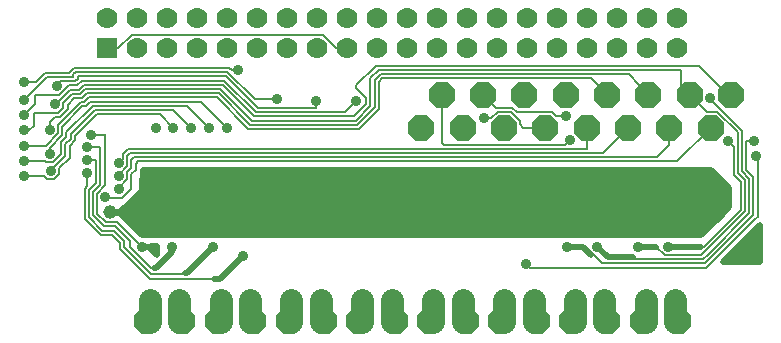
<source format=gbr>
G04 EAGLE Gerber X2 export*
%TF.Part,Single*%
%TF.FileFunction,Copper,L2,Bot,Mixed*%
%TF.FilePolarity,Positive*%
%TF.GenerationSoftware,Autodesk,EAGLE,9.0.1*%
%TF.CreationDate,2018-06-21T06:15:50Z*%
G75*
%MOMM*%
%FSLAX34Y34*%
%LPD*%
%AMOC8*
5,1,8,0,0,1.08239X$1,22.5*%
G01*
%ADD10P,2.336880X8X22.500000*%
%ADD11P,2.336880X8X202.500000*%
%ADD12R,1.778000X1.778000*%
%ADD13C,1.778000*%
%ADD14C,1.930400*%
%ADD15C,1.270000*%
%ADD16C,0.609600*%
%ADD17C,1.156400*%
%ADD18C,0.508000*%
%ADD19C,0.203200*%
%ADD20C,0.906400*%


D10*
X668750Y643750D03*
X638750Y643750D03*
D11*
X368750Y643750D03*
X338750Y643750D03*
D10*
X308750Y643750D03*
X278750Y643750D03*
X248750Y643750D03*
X218750Y643750D03*
X608750Y643750D03*
X578750Y643750D03*
X548750Y643750D03*
X518750Y643750D03*
X488750Y643750D03*
X458750Y643750D03*
X428750Y643750D03*
X398750Y643750D03*
X713500Y835000D03*
X678500Y835000D03*
D11*
X626250Y807500D03*
X591250Y807500D03*
D10*
X556250Y807500D03*
X521250Y807500D03*
X486250Y807500D03*
X451250Y807500D03*
X643500Y835000D03*
X608500Y835000D03*
X573500Y835000D03*
X538500Y835000D03*
X503500Y835000D03*
X468500Y835000D03*
X696250Y807500D03*
X661250Y807500D03*
D12*
X185300Y874600D03*
D13*
X185300Y900000D03*
X210700Y874600D03*
X210700Y900000D03*
X236100Y874600D03*
X236100Y900000D03*
X261500Y874600D03*
X261500Y900000D03*
X286900Y874600D03*
X286900Y900000D03*
X312300Y874600D03*
X312300Y900000D03*
X337700Y874600D03*
X337700Y900000D03*
X363100Y874600D03*
X363100Y900000D03*
X388500Y874600D03*
X388500Y900000D03*
X413900Y874600D03*
X413900Y900000D03*
X439300Y874600D03*
X439300Y900000D03*
X464700Y874600D03*
X464700Y900000D03*
X490100Y874600D03*
X490100Y900000D03*
X515500Y874600D03*
X515500Y900000D03*
X540900Y874600D03*
X540900Y900000D03*
X566300Y874600D03*
X566300Y900000D03*
X591700Y874600D03*
X591700Y900000D03*
X617100Y874600D03*
X617100Y900000D03*
X642500Y874600D03*
X642500Y900000D03*
X667900Y874600D03*
X667900Y900000D03*
D10*
X693750Y735000D03*
X693750Y757500D03*
D14*
X221250Y762888D02*
X221250Y744092D01*
X221250Y661898D02*
X221250Y643102D01*
X666250Y744092D02*
X666250Y762888D01*
X666250Y661898D02*
X666250Y643102D01*
X641250Y744092D02*
X641250Y762888D01*
X641250Y661898D02*
X641250Y643102D01*
X606250Y744092D02*
X606250Y762888D01*
X606250Y661898D02*
X606250Y643102D01*
X581250Y744092D02*
X581250Y762888D01*
X581250Y661898D02*
X581250Y643102D01*
X546250Y744092D02*
X546250Y762888D01*
X546250Y661898D02*
X546250Y643102D01*
X521250Y744092D02*
X521250Y762888D01*
X521250Y661898D02*
X521250Y643102D01*
X486250Y744092D02*
X486250Y762888D01*
X486250Y661898D02*
X486250Y643102D01*
X461250Y744092D02*
X461250Y762888D01*
X461250Y661898D02*
X461250Y643102D01*
X426250Y744092D02*
X426250Y762888D01*
X426250Y661898D02*
X426250Y643102D01*
X401250Y744092D02*
X401250Y762888D01*
X401250Y661898D02*
X401250Y643102D01*
X366250Y744092D02*
X366250Y762888D01*
X366250Y661898D02*
X366250Y643102D01*
X341250Y744092D02*
X341250Y762888D01*
X341250Y661898D02*
X341250Y643102D01*
X306250Y744092D02*
X306250Y762888D01*
X306250Y661898D02*
X306250Y643102D01*
X281250Y744092D02*
X281250Y762888D01*
X281250Y661898D02*
X281250Y643102D01*
X246250Y744092D02*
X246250Y762888D01*
X246250Y661898D02*
X246250Y643102D01*
D10*
X221250Y745000D03*
X247500Y745000D03*
X280000Y745000D03*
X307500Y745000D03*
X340000Y745000D03*
X367500Y745000D03*
X400000Y745000D03*
X427500Y745000D03*
X667500Y745000D03*
X640000Y745000D03*
X607500Y745000D03*
X580000Y745000D03*
X547500Y745000D03*
X520000Y745000D03*
X487500Y745000D03*
X460000Y745000D03*
X728750Y702500D03*
D15*
X246250Y753490D02*
X221250Y753490D01*
X341250Y753490D02*
X366250Y753490D01*
X401250Y753490D02*
X426250Y753490D01*
X461250Y753490D02*
X486250Y753490D01*
X521250Y753490D02*
X546250Y753490D01*
X581250Y753490D02*
X606250Y753490D01*
D16*
X246250Y753490D02*
X237510Y744750D01*
X204000Y735750D02*
X201750Y735750D01*
X195000Y735750D01*
X187428Y735750D01*
X213000Y744750D02*
X237510Y744750D01*
X213000Y744750D02*
X204000Y735750D01*
D17*
X187428Y735750D03*
D18*
X215250Y755000D02*
X215250Y716250D01*
X215250Y755000D02*
X215250Y771750D01*
X696750Y771750D02*
X703625Y764875D01*
X706125Y762375D01*
X711750Y756750D01*
X696750Y771750D02*
X215250Y771750D01*
X711750Y756750D02*
X711750Y740250D01*
X704500Y733000D01*
X687750Y716250D01*
X215250Y716250D01*
D15*
X693750Y757500D02*
X693750Y766500D01*
X692250Y765000D01*
X590000Y765000D01*
X442500Y765000D01*
X412500Y765000D01*
X352500Y765000D01*
X295000Y765000D01*
X222750Y765000D01*
X222750Y742500D01*
X222750Y723750D01*
X222000Y723000D01*
X221250Y722250D01*
X222000Y723000D02*
X228000Y723000D01*
X686250Y723000D01*
X693750Y730500D01*
X693750Y735000D01*
X701250Y742500D01*
X704250Y742500D01*
X705000Y743250D01*
X705000Y754500D01*
X696750Y754500D01*
X693750Y757500D01*
X689740Y753490D01*
X666250Y753490D01*
X641250Y753490D01*
X486250Y753490D01*
X366250Y753490D01*
X306250Y753490D01*
X246250Y753490D01*
X231000Y743740D02*
X221250Y753490D01*
X231000Y743740D02*
X231000Y731250D01*
X228000Y728250D01*
X228000Y723000D01*
X236250Y731250D01*
X236250Y734250D01*
X470000Y734250D01*
X537500Y734250D01*
X688500Y734250D01*
X694500Y740250D01*
X694500Y747000D01*
X686250Y747000D01*
X679500Y740250D01*
X677250Y742500D01*
X677250Y744750D01*
X648750Y744750D01*
X645000Y741000D01*
X615000Y741000D01*
X377250Y744000D02*
X376500Y744750D01*
X249000Y744750D01*
X247500Y743250D01*
X612000Y744000D02*
X615000Y741000D01*
X612000Y744000D02*
X377250Y744000D01*
X221250Y753490D02*
X203510Y735750D01*
X201750Y735750D01*
X203510Y735750D02*
X217010Y722250D01*
X221250Y722250D01*
X246250Y753490D02*
X252760Y760000D01*
X260000Y760000D01*
X242500Y742500D01*
X222750Y742500D01*
X295000Y764740D02*
X306250Y753490D01*
X295000Y764740D02*
X295000Y765000D01*
X341250Y753490D02*
X352500Y764740D01*
X352500Y765000D01*
X401250Y753490D02*
X407500Y759740D01*
X407500Y760000D01*
X412500Y765000D01*
X426250Y753490D02*
X430990Y753490D01*
X442500Y765000D01*
X461250Y753490D02*
X461250Y743000D01*
X470000Y734250D01*
X521250Y743750D02*
X521250Y753490D01*
X521250Y743750D02*
X505000Y727500D01*
X546250Y743000D02*
X546250Y753490D01*
X546250Y743000D02*
X537500Y734250D01*
X581250Y753490D02*
X590000Y762240D01*
X590000Y765000D01*
X581250Y753490D02*
X599010Y753490D01*
X607500Y745000D01*
D18*
X196000Y735750D02*
X195000Y735750D01*
X196000Y735750D02*
X215250Y755000D01*
X195000Y735750D02*
X214500Y716250D01*
X215250Y716250D01*
D19*
X520000Y752240D02*
X521250Y753490D01*
X520000Y752240D02*
X520000Y745000D01*
D18*
X693750Y757500D02*
X696250Y757500D01*
X703625Y764875D01*
X701250Y757500D02*
X693750Y757500D01*
X701250Y757500D02*
X706125Y762375D01*
X702500Y735000D02*
X693750Y735000D01*
X702500Y735000D02*
X704500Y733000D01*
D20*
X141000Y827250D03*
D19*
X396236Y843736D02*
X412500Y860000D01*
X309613Y817066D02*
X282944Y843736D01*
X404572Y832412D02*
X404572Y827588D01*
X394050Y817066D02*
X309613Y817066D01*
X394050Y817066D02*
X404572Y827588D01*
X404572Y832412D02*
X396236Y840748D01*
X396236Y843736D01*
X282944Y843736D02*
X165182Y843736D01*
X412500Y860000D02*
X686250Y860000D01*
D20*
X660000Y706741D03*
D19*
X721609Y737975D02*
X721609Y761375D01*
X715545Y767438D01*
D20*
X711000Y795750D03*
D19*
X715545Y791205D01*
X715545Y767438D01*
X711250Y835000D02*
X686250Y860000D01*
X711250Y835000D02*
X713500Y835000D01*
X161057Y839611D02*
X154141Y839611D01*
X161057Y839611D02*
X165182Y843736D01*
X141780Y827250D02*
X141000Y827250D01*
X141780Y827250D02*
X154141Y839611D01*
D18*
X660000Y706741D02*
X679433Y706741D01*
X688219Y706741D02*
X660000Y706741D01*
D19*
X688219Y706741D02*
X690374Y706741D01*
X721609Y737975D01*
D20*
X114750Y805500D03*
D19*
X395523Y813510D02*
X408128Y826115D01*
X408128Y849378D01*
X395523Y813510D02*
X307740Y813510D01*
X408128Y849378D02*
X415194Y856444D01*
X671056Y856444D01*
D20*
X635000Y706726D03*
D19*
X725165Y736502D02*
X725165Y762848D01*
X719101Y768911D01*
X719101Y803508D02*
X701774Y820835D01*
X719101Y803508D02*
X719101Y768911D01*
X701774Y820835D02*
X692665Y820835D01*
X678500Y835000D01*
X671056Y842444D02*
X671056Y856444D01*
X671056Y842444D02*
X678500Y835000D01*
X650013Y706726D02*
X657071Y699669D01*
X688331Y699669D02*
X725165Y736502D01*
X688331Y699669D02*
X657071Y699669D01*
X307740Y813510D02*
X281071Y840180D01*
X166655Y840180D02*
X162530Y836055D01*
X155614Y836055D02*
X148072Y828513D01*
X155614Y836055D02*
X162530Y836055D01*
X166655Y840180D02*
X281071Y840180D01*
X148072Y828513D02*
X148072Y824321D01*
X143501Y819750D01*
X123000Y819750D01*
X123000Y809250D01*
X119250Y805500D01*
X114750Y805500D01*
D18*
X635000Y706726D02*
X650013Y706726D01*
D20*
X136500Y805500D03*
D19*
X411684Y847905D02*
X416667Y852888D01*
X396996Y809954D02*
X306267Y809954D01*
X396996Y809954D02*
X411684Y824642D01*
X411684Y847905D01*
X416667Y852888D02*
X627112Y852888D01*
X643500Y835000D01*
D20*
X695542Y832500D03*
X600033Y706791D03*
D19*
X693096Y699404D02*
X693596Y699904D01*
X728721Y735029D01*
X728721Y764321D02*
X722657Y770384D01*
X728721Y764321D02*
X728721Y735029D01*
X695542Y832096D02*
X695542Y832500D01*
X695542Y832096D02*
X722657Y804980D01*
X722657Y770384D01*
X693596Y699904D02*
X693596Y699904D01*
X689804Y696113D01*
X630000Y696113D01*
X306267Y809954D02*
X279598Y836624D01*
X168128Y836624D02*
X164003Y832499D01*
X157087Y832499D01*
X151628Y827040D02*
X151628Y822848D01*
X140782Y816194D02*
X136500Y811912D01*
X144974Y816194D02*
X151628Y822848D01*
X144974Y816194D02*
X140782Y816194D01*
X151628Y827040D02*
X157087Y832499D01*
X168128Y836624D02*
X279598Y836624D01*
X136500Y811912D02*
X136500Y805500D01*
D18*
X600033Y706791D02*
X609187Y697637D01*
X630000Y697637D01*
D19*
X194536Y874600D02*
X185300Y874600D01*
X379265Y874600D02*
X388500Y874600D01*
X205966Y886030D02*
X194536Y874600D01*
X367835Y886030D02*
X379265Y874600D01*
X367835Y886030D02*
X205966Y886030D01*
D20*
X114750Y792000D03*
D19*
X117678Y791678D01*
X304794Y806398D02*
X398469Y806398D01*
X415240Y823169D01*
X415240Y846432D02*
X418140Y849332D01*
X415240Y846432D02*
X415240Y823169D01*
X418140Y849332D02*
X594418Y849332D01*
X598750Y845000D01*
D20*
X732750Y795750D03*
X574250Y706750D03*
D19*
X732277Y733556D02*
X732277Y765794D01*
X608500Y835000D02*
X598750Y845000D01*
X726213Y795750D02*
X726213Y771857D01*
X726213Y795750D02*
X732750Y795750D01*
X726213Y771857D02*
X732277Y765794D01*
X604266Y692557D02*
X596286Y700536D01*
X604266Y692557D02*
X691278Y692557D01*
X732277Y733556D01*
X143572Y802571D02*
X143572Y809763D01*
X143572Y802571D02*
X133001Y792000D01*
X114750Y792000D01*
X162752Y828943D02*
X165476Y828943D01*
X169601Y833068D01*
X162752Y828943D02*
X143572Y809763D01*
X169601Y833068D02*
X278125Y833068D01*
X304794Y806398D01*
D18*
X574250Y706750D02*
X588000Y706750D01*
X591437Y703313D01*
X591437Y703230D01*
X595208Y699458D01*
D19*
X596286Y700536D01*
D20*
X136500Y785250D03*
X286250Y807500D03*
X734250Y783750D03*
X540000Y691934D03*
D19*
X733750Y730000D02*
X734375Y730625D01*
X733750Y730000D02*
X733750Y730000D01*
X734375Y730625D02*
X735833Y732083D01*
X734375Y730625D02*
X734375Y730625D01*
X543336Y688598D02*
X540000Y691934D01*
X734250Y783750D02*
X735833Y780667D01*
X735833Y732083D01*
X733750Y730000D02*
X692348Y688598D01*
X543336Y688598D01*
X171074Y829512D02*
X166949Y825387D01*
X164225Y825387D01*
X171074Y829512D02*
X264239Y829512D01*
X147128Y808290D02*
X147128Y801098D01*
X136500Y790470D02*
X136500Y785250D01*
X136500Y790470D02*
X147128Y801098D01*
X147128Y808290D02*
X164225Y825387D01*
X264239Y829512D02*
X286250Y807500D01*
D20*
X114750Y779250D03*
X271250Y807500D03*
D19*
X252795Y825956D02*
X173250Y825956D01*
X150684Y803390D01*
X150684Y799625D01*
X146250Y795191D01*
X139429Y778178D02*
X133571Y778178D01*
X132499Y779250D01*
X139429Y778178D02*
X146250Y784999D01*
X146250Y795191D01*
X132499Y779250D02*
X114750Y779250D01*
X252795Y825956D02*
X271250Y807500D01*
D20*
X137250Y771000D03*
X256250Y807500D03*
X573693Y817149D03*
D19*
X565460Y817149D01*
X561774Y820835D01*
X514109Y824391D02*
X503500Y835000D01*
X514109Y824391D02*
X528247Y824391D01*
X531803Y820835D01*
X561774Y820835D01*
X241351Y822400D02*
X174750Y822400D01*
X154240Y801890D01*
X154240Y798152D01*
X149806Y793718D01*
X149806Y783526D02*
X140902Y774622D01*
X140872Y774622D01*
X137250Y771000D01*
X149806Y783526D02*
X149806Y793718D01*
X241351Y822400D02*
X256250Y807500D01*
D20*
X114750Y766500D03*
X241250Y807500D03*
X577000Y796820D03*
D19*
X573234Y793054D02*
X470000Y793054D01*
X140179Y763928D02*
X134321Y763928D01*
X140179Y763928D02*
X144322Y768071D01*
X144322Y773013D01*
X131749Y766500D02*
X114750Y766500D01*
X131749Y766500D02*
X134321Y763928D01*
X153362Y782053D02*
X153362Y792245D01*
X153362Y782053D02*
X144322Y773013D01*
X157796Y800417D02*
X176223Y818844D01*
X157796Y800417D02*
X157796Y796679D01*
X153362Y792245D01*
X176223Y818844D02*
X230000Y818844D01*
X230000Y818750D02*
X241250Y807500D01*
X230000Y818750D02*
X230000Y818844D01*
X573234Y793054D02*
X577000Y796820D01*
X470000Y793054D02*
X468500Y794554D01*
X468500Y835000D01*
D20*
X214500Y706500D03*
X226250Y807500D03*
X171179Y801428D03*
D19*
X183428Y801428D01*
X183750Y801750D01*
X183750Y758501D01*
X176678Y751429D01*
X193572Y727428D02*
X214500Y706500D01*
X193572Y727428D02*
X183981Y727428D01*
X176678Y734731D01*
X176678Y751429D01*
D18*
X214500Y706500D02*
X221000Y706500D01*
X227500Y700000D01*
X227500Y707500D01*
X222500Y707500D01*
D20*
X240000Y706500D03*
X168000Y791250D03*
D19*
X179250Y791250D01*
X179250Y759030D01*
X173122Y752902D01*
X204486Y711486D02*
X204486Y706513D01*
X204486Y711486D02*
X192099Y723872D01*
X182508Y723872D02*
X173122Y733258D01*
X182508Y723872D02*
X192099Y723872D01*
X173122Y733258D02*
X173122Y752902D01*
X222499Y688500D02*
X224250Y688500D01*
X222499Y688500D02*
X204486Y706513D01*
D18*
X226500Y688500D02*
X240000Y702000D01*
X240000Y706500D01*
X226500Y688500D02*
X224654Y688500D01*
X224452Y688702D01*
D20*
X274500Y706500D03*
X168000Y780000D03*
D19*
X175694Y780000D01*
X175694Y760503D01*
X169566Y754375D01*
X199721Y711221D02*
X199721Y706249D01*
X199721Y711221D02*
X190626Y720316D01*
X181035Y720316D02*
X169566Y731785D01*
X181035Y720316D02*
X190626Y720316D01*
X169566Y731785D02*
X169566Y754375D01*
D18*
X274500Y706500D02*
X274500Y704625D01*
X274500Y706500D02*
X252750Y684750D01*
X251250Y684750D01*
D19*
X222550Y683420D02*
X199721Y706249D01*
X249920Y683420D02*
X251250Y684750D01*
X249920Y683420D02*
X222550Y683420D01*
D20*
X168000Y768750D03*
X300000Y699000D03*
X504000Y815250D03*
D19*
X168000Y768750D02*
X168000Y757838D01*
X166010Y755848D01*
X196165Y709748D02*
X196165Y704776D01*
X166010Y730312D02*
X166010Y755848D01*
X189153Y716760D02*
X196165Y709748D01*
X179562Y716760D02*
X166010Y730312D01*
X179562Y716760D02*
X189153Y716760D01*
X196165Y704776D02*
X221271Y679670D01*
X275830Y679670D01*
D18*
X280670Y679670D02*
X300000Y699000D01*
X280670Y679670D02*
X275830Y679670D01*
D19*
X537250Y807500D02*
X556250Y807500D01*
X537250Y807500D02*
X534585Y810165D01*
X534585Y813024D01*
X510141Y815250D02*
X504000Y815250D01*
X510141Y815250D02*
X515726Y820835D01*
X526774Y820835D01*
X534585Y813024D01*
D20*
X195000Y777750D03*
D19*
X202682Y789498D02*
X591250Y789498D01*
X198516Y781266D02*
X195000Y777750D01*
X198516Y781266D02*
X198516Y785332D01*
X202682Y789498D01*
X591250Y789498D02*
X591250Y807500D01*
D20*
X195000Y766500D03*
D19*
X604692Y785942D02*
X626250Y807500D01*
X195000Y767749D02*
X195000Y766500D01*
X195000Y767749D02*
X202072Y774821D01*
X202072Y783859D02*
X204155Y785942D01*
X604692Y785942D01*
X202072Y783859D02*
X202072Y774821D01*
D20*
X195000Y755250D03*
D19*
X651136Y782386D02*
X661250Y792500D01*
X661250Y807500D01*
X205628Y780000D02*
X205628Y773348D01*
X195000Y756499D02*
X195000Y755250D01*
X195000Y756499D02*
X202072Y763571D01*
X202072Y769792D01*
X205628Y773348D01*
X205628Y780000D02*
X208014Y782386D01*
X651136Y782386D01*
D20*
X183750Y748500D03*
D19*
X667580Y778830D02*
X696250Y807500D01*
X667580Y778830D02*
X211500Y778830D01*
X209184Y776514D01*
X209184Y771875D01*
X205628Y768319D01*
X205628Y755877D01*
X197929Y748178D01*
X184072Y748178D02*
X183750Y748500D01*
X184072Y748178D02*
X197929Y748178D01*
D20*
X114750Y831000D03*
D19*
X158930Y854821D02*
X286946Y854821D01*
D20*
X329000Y831500D03*
D19*
X156638Y850279D02*
X156638Y852529D01*
X158930Y854821D01*
X286946Y854821D02*
X310266Y831500D01*
X329000Y831500D01*
X156638Y850279D02*
X134029Y850279D01*
X114750Y831000D01*
D20*
X142500Y843000D03*
D19*
X160194Y851056D02*
X285681Y851056D01*
X312559Y824178D01*
D20*
X362250Y830000D03*
D19*
X362250Y824178D01*
X312559Y824178D01*
X146223Y846723D02*
X142500Y843000D01*
X146223Y846723D02*
X158111Y846723D01*
X160194Y848806D01*
X160194Y851056D01*
D20*
X114750Y818250D03*
D19*
X163709Y847292D02*
X284417Y847292D01*
X311086Y820622D01*
D20*
X395750Y830000D03*
D19*
X386372Y820622D01*
X311086Y820622D01*
X163709Y847292D02*
X159584Y843167D01*
X144251Y834750D02*
X123750Y834750D01*
X123750Y827250D01*
X114750Y818250D01*
X144251Y834750D02*
X152668Y843167D01*
X159584Y843167D01*
D20*
X114750Y846000D03*
X296000Y856250D03*
D19*
X288419Y858377D02*
X157457Y858377D01*
X288419Y858377D02*
X290545Y856250D01*
X296000Y856250D01*
X124721Y846000D02*
X114750Y846000D01*
X124721Y846000D02*
X132556Y853835D01*
X152915Y853835D01*
X157457Y858377D01*
D18*
X737500Y721250D02*
X737500Y693750D01*
X706250Y693750D01*
X737500Y725000D01*
X737500Y721250D01*
X713750Y697500D01*
X711250Y695000D01*
X713750Y697500D02*
X733750Y697500D01*
X735000Y698750D01*
X735000Y713750D01*
X735000Y716250D01*
X735000Y713750D02*
X722500Y701250D01*
X721250Y700000D01*
X722500Y701250D02*
X732500Y701250D01*
X732500Y707500D01*
X728750Y703750D01*
X728750Y702500D01*
M02*

</source>
